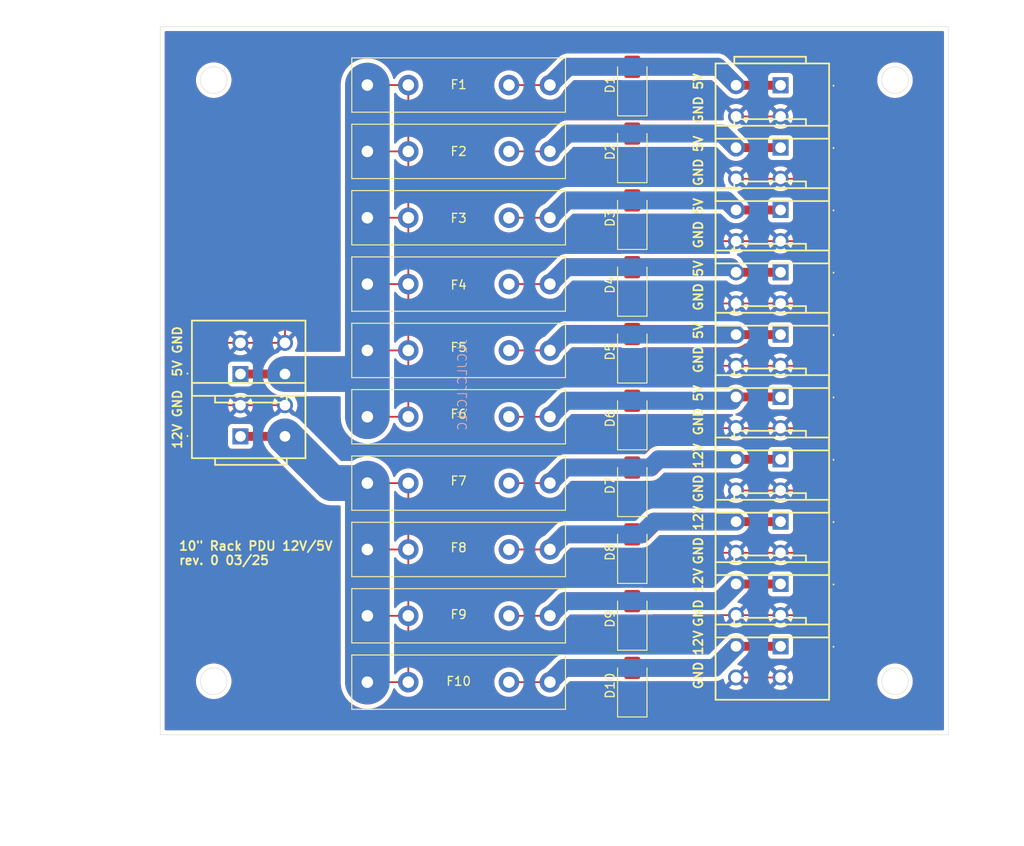
<source format=kicad_pcb>
(kicad_pcb (version 20241229) (generator "pcbnew") (generator_version "9.0")
  (layers (0 "F.Cu" signal) (2 "B.Cu" signal) (13 "F.Paste" user) (15 "B.Paste" user) (5 "F.SilkS" user "F.Silkscreen") (7 "B.SilkS" user "B.Silkscreen") (1 "F.Mask" user) (3 "B.Mask" user) (25 "Edge.Cuts" user))
  (net 0 "")
  (net 1 "Net-(D1-A2)")
  (net 2 "Net-(D2-A2)")
  (net 3 "Net-(D3-A2)")
  (net 4 "Net-(D4-A2)")
  (net 5 "Net-(D5-A2)")
  (net 6 "Net-(D6-A2)")
  (net 7 "Net-(D7-A2)")
  (net 8 "Net-(D8-A2)")
  (net 9 "Net-(D9-A2)")
  (net 10 "Net-(D10-A2)")
  (net 11 "Net-(J1-1.1)")
  (net 12 "Net-(J7-1.1)")
  (net 13 "GND")
  (footprint "KiCad:26013102" (layer "F.Cu") (at 114.15 31.575 -90)
    (property "Reference" "J3" (hide yes))
    (property "Value" "2601-3102" (hide yes))
    (pad "1" thru_hole rect (at 0 -5 270) (size 1.8 1.8) (drill 1.2) (layers "*.Cu" "*.Mask") (net 2 "Net-(D2-A2)"))
    (pad "2" thru_hole circle (at 0 0 270) (size 1.8 1.8) (drill 1.2) (layers "*.Cu" "*.Mask") (net 2 "Net-(D2-A2)"))
    (pad "3" thru_hole circle (at 3.5 -5 270) (size 1.8 1.8) (drill 1.2) (layers "*.Cu" "*.Mask") (net 13 "GND"))
    (pad "4" thru_hole circle (at 3.5 0 270) (size 1.8 1.8) (drill 1.2) (layers "*.Cu" "*.Mask") (net 13 "GND"))
  )
  (footprint "KiCad:26013102" (layer "F.Cu") (at 114.15 87.575 -90)
    (property "Reference" "J12" (hide yes))
    (property "Value" "2601-3102" (hide yes))
    (pad "1" thru_hole rect (at 0 -5 270) (size 1.8 1.8) (drill 1.2) (layers "*.Cu" "*.Mask") (net 10 "Net-(D10-A2)"))
    (pad "2" thru_hole circle (at 0 0 270) (size 1.8 1.8) (drill 1.2) (layers "*.Cu" "*.Mask") (net 10 "Net-(D10-A2)"))
    (pad "3" thru_hole circle (at 3.5 -5 270) (size 1.8 1.8) (drill 1.2) (layers "*.Cu" "*.Mask") (net 13 "GND"))
    (pad "4" thru_hole circle (at 3.5 0 270) (size 1.8 1.8) (drill 1.2) (layers "*.Cu" "*.Mask") (net 13 "GND"))
  )
  (footprint "KiCad:26013102" (layer "F.Cu") (at 114.15 80.575 -90)
    (property "Reference" "J11" (hide yes))
    (property "Value" "2601-3102" (hide yes))
    (pad "1" thru_hole rect (at 0 -5 270) (size 1.8 1.8) (drill 1.2) (layers "*.Cu" "*.Mask") (net 9 "Net-(D9-A2)"))
    (pad "2" thru_hole circle (at 0 0 270) (size 1.8 1.8) (drill 1.2) (layers "*.Cu" "*.Mask") (net 9 "Net-(D9-A2)"))
    (pad "3" thru_hole circle (at 3.5 -5 270) (size 1.8 1.8) (drill 1.2) (layers "*.Cu" "*.Mask") (net 13 "GND"))
    (pad "4" thru_hole circle (at 3.5 0 270) (size 1.8 1.8) (drill 1.2) (layers "*.Cu" "*.Mask") (net 13 "GND"))
  )
  (footprint "Diode_SMD:D_SMA" (layer "F.Cu") (at 102.5 32 90)
    (property "Reference" "D2" (at 0 -2.5 90) (layer "F.SilkS"))
    (property "Value" "SMAJ6.5CA" (hide yes))
    (pad "1" smd roundrect (at -2 0 90) (size 2.5 1.8) (layers "F.Cu" "F.Mask" "F.Paste") (roundrect_rratio 0.1388888889) (net 13 "GND"))
    (pad "2" smd roundrect (at 2 0 90) (size 2.5 1.8) (layers "F.Cu" "F.Mask" "F.Paste") (roundrect_rratio 0.1388888889) (net 2 "Net-(D2-A2)"))
  )
  (footprint "Fuse:Fuseholder_Littelfuse_100_series_5x20mm" (layer "F.Cu") (at 72.75 76.7)
    (property "Reference" "F8" (at 10.25 -0.2 0) (layer "F.SilkS"))
    (property "Value" "Fuse" (hide yes))
    (pad "1" thru_hole circle (at 0 0) (size 2.3 2.3) (drill 1.3) (layers "*.Cu" "*.Mask") (net 12 "Net-(J7-1.1)"))
    (pad "1" thru_hole circle (at 4.6 0) (size 2.3 2.3) (drill 1.3) (layers "*.Cu" "*.Mask") (net 12 "Net-(J7-1.1)"))
    (pad "2" thru_hole circle (at 15.9 0) (size 2.3 2.3) (drill 1.3) (layers "*.Cu" "*.Mask") (net 8 "Net-(D8-A2)"))
    (pad "2" thru_hole circle (at 20.5 0) (size 2.3 2.3) (drill 1.3) (layers "*.Cu" "*.Mask") (net 8 "Net-(D8-A2)"))
  )
  (footprint "Fuse:Fuseholder_Littelfuse_100_series_5x20mm" (layer "F.Cu") (at 72.75 32)
    (property "Reference" "F2" (at 10.25 0 0) (layer "F.SilkS"))
    (property "Value" "Fuse" (hide yes))
    (pad "1" thru_hole circle (at 0 0) (size 2.3 2.3) (drill 1.3) (layers "*.Cu" "*.Mask") (net 11 "Net-(J1-1.1)"))
    (pad "1" thru_hole circle (at 4.6 0) (size 2.3 2.3) (drill 1.3) (layers "*.Cu" "*.Mask") (net 11 "Net-(J1-1.1)"))
    (pad "2" thru_hole circle (at 15.9 0) (size 2.3 2.3) (drill 1.3) (layers "*.Cu" "*.Mask") (net 2 "Net-(D2-A2)"))
    (pad "2" thru_hole circle (at 20.5 0) (size 2.3 2.3) (drill 1.3) (layers "*.Cu" "*.Mask") (net 2 "Net-(D2-A2)"))
  )
  (footprint "Diode_SMD:D_SMA" (layer "F.Cu") (at 102.5 54.5 90)
    (property "Reference" "D5" (at 0 -2.5 90) (layer "F.SilkS"))
    (property "Value" "SMAJ6.5CA" (hide yes))
    (pad "1" smd roundrect (at -2 0 90) (size 2.5 1.8) (layers "F.Cu" "F.Mask" "F.Paste") (roundrect_rratio 0.1388888889) (net 13 "GND"))
    (pad "2" smd roundrect (at 2 0 90) (size 2.5 1.8) (layers "F.Cu" "F.Mask" "F.Paste") (roundrect_rratio 0.1388888889) (net 5 "Net-(D5-A2)"))
  )
  (footprint "Diode_SMD:D_SMA" (layer "F.Cu") (at 102.5 47 90)
    (property "Reference" "D4" (at 0 -2.5 90) (layer "F.SilkS"))
    (property "Value" "SMAJ6.5CA" (hide yes))
    (pad "1" smd roundrect (at -2 0 90) (size 2.5 1.8) (layers "F.Cu" "F.Mask" "F.Paste") (roundrect_rratio 0.1388888889) (net 13 "GND"))
    (pad "2" smd roundrect (at 2 0 90) (size 2.5 1.8) (layers "F.Cu" "F.Mask" "F.Paste") (roundrect_rratio 0.1388888889) (net 4 "Net-(D4-A2)"))
  )
  (footprint "KiCad:26013102" (layer "F.Cu") (at 114.15 66.575 -90)
    (property "Reference" "J9" (hide yes))
    (property "Value" "2601-3102" (hide yes))
    (pad "1" thru_hole rect (at 0 -5 270) (size 1.8 1.8) (drill 1.2) (layers "*.Cu" "*.Mask") (net 7 "Net-(D7-A2)"))
    (pad "2" thru_hole circle (at 0 0 270) (size 1.8 1.8) (drill 1.2) (layers "*.Cu" "*.Mask") (net 7 "Net-(D7-A2)"))
    (pad "3" thru_hole circle (at 3.5 -5 270) (size 1.8 1.8) (drill 1.2) (layers "*.Cu" "*.Mask") (net 13 "GND"))
    (pad "4" thru_hole circle (at 3.5 0 270) (size 1.8 1.8) (drill 1.2) (layers "*.Cu" "*.Mask") (net 13 "GND"))
  )
  (footprint "KiCad:26013102" (layer "F.Cu") (at 114.15 59.575 -90)
    (property "Reference" "J8" (hide yes))
    (property "Value" "2601-3102" (hide yes))
    (pad "1" thru_hole rect (at 0 -5 270) (size 1.8 1.8) (drill 1.2) (layers "*.Cu" "*.Mask") (net 6 "Net-(D6-A2)"))
    (pad "2" thru_hole circle (at 0 0 270) (size 1.8 1.8) (drill 1.2) (layers "*.Cu" "*.Mask") (net 6 "Net-(D6-A2)"))
    (pad "3" thru_hole circle (at 3.5 -5 270) (size 1.8 1.8) (drill 1.2) (layers "*.Cu" "*.Mask") (net 13 "GND"))
    (pad "4" thru_hole circle (at 3.5 0 270) (size 1.8 1.8) (drill 1.2) (layers "*.Cu" "*.Mask") (net 13 "GND"))
  )
  (footprint "KiCad:26013102" (layer "F.Cu") (at 63.5 64 90)
    (property "Reference" "J7" (hide yes))
    (property "Value" "2601-3102" (hide yes))
    (pad "1" thru_hole rect (at 0 -5 90) (size 1.8 1.8) (drill 1.2) (layers "*.Cu" "*.Mask") (net 12 "Net-(J7-1.1)"))
    (pad "2" thru_hole circle (at 0 0 90) (size 1.8 1.8) (drill 1.2) (layers "*.Cu" "*.Mask") (net 12 "Net-(J7-1.1)"))
    (pad "3" thru_hole circle (at 3.5 -5 90) (size 1.8 1.8) (drill 1.2) (layers "*.Cu" "*.Mask") (net 13 "GND"))
    (pad "4" thru_hole circle (at 3.5 0 90) (size 1.8 1.8) (drill 1.2) (layers "*.Cu" "*.Mask") (net 13 "GND"))
  )
  (footprint "KiCad:26013102" (layer "F.Cu") (at 114.15 73.575 -90)
    (property "Reference" "J10" (hide yes))
    (property "Value" "2601-3102" (hide yes))
    (pad "1" thru_hole rect (at 0 -5 270) (size 1.8 1.8) (drill 1.2) (layers "*.Cu" "*.Mask") (net 8 "Net-(D8-A2)"))
    (pad "2" thru_hole circle (at 0 0 270) (size 1.8 1.8) (drill 1.2) (layers "*.Cu" "*.Mask") (net 8 "Net-(D8-A2)"))
    (pad "3" thru_hole circle (at 3.5 -5 270) (size 1.8 1.8) (drill 1.2) (layers "*.Cu" "*.Mask") (net 13 "GND"))
    (pad "4" thru_hole circle (at 3.5 0 270) (size 1.8 1.8) (drill 1.2) (layers "*.Cu" "*.Mask") (net 13 "GND"))
  )
  (footprint "Fuse:Fuseholder_Littelfuse_100_series_5x20mm" (layer "F.Cu") (at 72.75 69.25)
    (property "Reference" "F7" (at 10.25 -0.25 0) (layer "F.SilkS"))
    (property "Value" "Fuse" (hide yes))
    (pad "1" thru_hole circle (at 0 0) (size 2.3 2.3) (drill 1.3) (layers "*.Cu" "*.Mask") (net 12 "Net-(J7-1.1)"))
    (pad "1" thru_hole circle (at 4.6 0) (size 2.3 2.3) (drill 1.3) (layers "*.Cu" "*.Mask") (net 12 "Net-(J7-1.1)"))
    (pad "2" thru_hole circle (at 15.9 0) (size 2.3 2.3) (drill 1.3) (layers "*.Cu" "*.Mask") (net 7 "Net-(D7-A2)"))
    (pad "2" thru_hole circle (at 20.5 0) (size 2.3 2.3) (drill 1.3) (layers "*.Cu" "*.Mask") (net 7 "Net-(D7-A2)"))
  )
  (footprint "Fuse:Fuseholder_Littelfuse_100_series_5x20mm" (layer "F.Cu") (at 72.75 54.35)
    (property "Reference" "F5" (at 10.25 -0.35 0) (layer "F.SilkS"))
    (property "Value" "Fuse" (hide yes))
    (pad "1" thru_hole circle (at 0 0) (size 2.3 2.3) (drill 1.3) (layers "*.Cu" "*.Mask") (net 11 "Net-(J1-1.1)"))
    (pad "1" thru_hole circle (at 4.6 0) (size 2.3 2.3) (drill 1.3) (layers "*.Cu" "*.Mask") (net 11 "Net-(J1-1.1)"))
    (pad "2" thru_hole circle (at 15.9 0) (size 2.3 2.3) (drill 1.3) (layers "*.Cu" "*.Mask") (net 5 "Net-(D5-A2)"))
    (pad "2" thru_hole circle (at 20.5 0) (size 2.3 2.3) (drill 1.3) (layers "*.Cu" "*.Mask") (net 5 "Net-(D5-A2)"))
  )
  (footprint "KiCad:26013102" (layer "F.Cu") (at 114.15 45.575 -90)
    (property "Reference" "J5" (hide yes))
    (property "Value" "2601-3102" (hide yes))
    (pad "1" thru_hole rect (at 0 -5 270) (size 1.8 1.8) (drill 1.2) (layers "*.Cu" "*.Mask") (net 4 "Net-(D4-A2)"))
    (pad "2" thru_hole circle (at 0 0 270) (size 1.8 1.8) (drill 1.2) (layers "*.Cu" "*.Mask") (net 4 "Net-(D4-A2)"))
    (pad "3" thru_hole circle (at 3.5 -5 270) (size 1.8 1.8) (drill 1.2) (layers "*.Cu" "*.Mask") (net 13 "GND"))
    (pad "4" thru_hole circle (at 3.5 0 270) (size 1.8 1.8) (drill 1.2) (layers "*.Cu" "*.Mask") (net 13 "GND"))
  )
  (footprint "Fuse:Fuseholder_Littelfuse_100_series_5x20mm" (layer "F.Cu") (at 72.75 39.45)
    (property "Reference" "F3" (at 10.25 0.05 0) (layer "F.SilkS"))
    (property "Value" "Fuse" (hide yes))
    (pad "1" thru_hole circle (at 0 0) (size 2.3 2.3) (drill 1.3) (layers "*.Cu" "*.Mask") (net 11 "Net-(J1-1.1)"))
    (pad "1" thru_hole circle (at 4.6 0) (size 2.3 2.3) (drill 1.3) (layers "*.Cu" "*.Mask") (net 11 "Net-(J1-1.1)"))
    (pad "2" thru_hole circle (at 15.9 0) (size 2.3 2.3) (drill 1.3) (layers "*.Cu" "*.Mask") (net 3 "Net-(D3-A2)"))
    (pad "2" thru_hole circle (at 20.5 0) (size 2.3 2.3) (drill 1.3) (layers "*.Cu" "*.Mask") (net 3 "Net-(D3-A2)"))
  )
  (footprint "Diode_SMD:D_SMA" (layer "F.Cu") (at 102.5 84.5 90)
    (property "Reference" "D9" (at 0 -2.5 90) (layer "F.SilkS"))
    (property "Value" "SMAJ16CA" (hide yes))
    (pad "1" smd roundrect (at -2 0 90) (size 2.5 1.8) (layers "F.Cu" "F.Mask" "F.Paste") (roundrect_rratio 0.1388888889) (net 13 "GND"))
    (pad "2" smd roundrect (at 2 0 90) (size 2.5 1.8) (layers "F.Cu" "F.Mask" "F.Paste") (roundrect_rratio 0.1388888889) (net 9 "Net-(D9-A2)"))
  )
  (footprint "Fuse:Fuseholder_Littelfuse_100_series_5x20mm" (layer "F.Cu") (at 72.75 61.8)
    (property "Reference" "F6" (at 10.25 -0.3 0) (layer "F.SilkS"))
    (property "Value" "Fuse" (hide yes))
    (pad "1" thru_hole circle (at 0 0) (size 2.3 2.3) (drill 1.3) (layers "*.Cu" "*.Mask") (net 11 "Net-(J1-1.1)"))
    (pad "1" thru_hole circle (at 4.6 0) (size 2.3 2.3) (drill 1.3) (layers "*.Cu" "*.Mask") (net 11 "Net-(J1-1.1)"))
    (pad "2" thru_hole circle (at 15.9 0) (size 2.3 2.3) (drill 1.3) (layers "*.Cu" "*.Mask") (net 6 "Net-(D6-A2)"))
    (pad "2" thru_hole circle (at 20.5 0) (size 2.3 2.3) (drill 1.3) (layers "*.Cu" "*.Mask") (net 6 "Net-(D6-A2)"))
  )
  (footprint "KiCad:26013102" (layer "F.Cu") (at 114.15 24.575 -90)
    (property "Reference" "J2" (hide yes))
    (property "Value" "2601-3102" (hide yes))
    (pad "1" thru_hole rect (at 0 -5 270) (size 1.8 1.8) (drill 1.2) (layers "*.Cu" "*.Mask") (net 1 "Net-(D1-A2)"))
    (pad "2" thru_hole circle (at 0 0 270) (size 1.8 1.8) (drill 1.2) (layers "*.Cu" "*.Mask") (net 1 "Net-(D1-A2)"))
    (pad "3" thru_hole circle (at 3.5 -5 270) (size 1.8 1.8) (drill 1.2) (layers "*.Cu" "*.Mask") (net 13 "GND"))
    (pad "4" thru_hole circle (at 3.5 0 270) (size 1.8 1.8) (drill 1.2) (layers "*.Cu" "*.Mask") (net 13 "GND"))
  )
  (footprint "Diode_SMD:D_SMA" (layer "F.Cu") (at 102.5 39.5 90)
    (property "Reference" "D3" (at 0 -2.5 90) (layer "F.SilkS"))
    (property "Value" "SMAJ6.5CA" (hide yes))
    (pad "1" smd roundrect (at -2 0 90) (size 2.5 1.8) (layers "F.Cu" "F.Mask" "F.Paste") (roundrect_rratio 0.1388888889) (net 13 "GND"))
    (pad "2" smd roundrect (at 2 0 90) (size 2.5 1.8) (layers "F.Cu" "F.Mask" "F.Paste") (roundrect_rratio 0.1388888889) (net 3 "Net-(D3-A2)"))
  )
  (footprint "Diode_SMD:D_SMA" (layer "F.Cu") (at 102.5 24.5 90)
    (property "Reference" "D1" (at 0 -2.5 90) (layer "F.SilkS"))
    (property "Value" "SMAJ6.5CA" (hide yes))
    (pad "1" smd roundrect (at -2 0 90) (size 2.5 1.8) (layers "F.Cu" "F.Mask" "F.Paste") (roundrect_rratio 0.1388888889) (net 13 "GND"))
    (pad "2" smd roundrect (at 2 0 90) (size 2.5 1.8) (layers "F.Cu" "F.Mask" "F.Paste") (roundrect_rratio 0.1388888889) (net 1 "Net-(D1-A2)"))
  )
  (footprint "Fuse:Fuseholder_Littelfuse_100_series_5x20mm" (layer "F.Cu") (at 72.75 46.9)
    (property "Reference" "F4" (at 10.25 0.1 0) (layer "F.SilkS"))
    (property "Value" "Fuse" (hide yes))
    (pad "1" thru_hole circle (at 0 0) (size 2.3 2.3) (drill 1.3) (layers "*.Cu" "*.Mask") (net 11 "Net-(J1-1.1)"))
    (pad "1" thru_hole circle (at 4.6 0) (size 2.3 2.3) (drill 1.3) (layers "*.Cu" "*.Mask") (net 11 "Net-(J1-1.1)"))
    (pad "2" thru_hole circle (at 15.9 0) (size 2.3 2.3) (drill 1.3) (layers "*.Cu" "*.Mask") (net 4 "Net-(D4-A2)"))
    (pad "2" thru_hole circle (at 20.5 0) (size 2.3 2.3) (drill 1.3) (layers "*.Cu" "*.Mask") (net 4 "Net-(D4-A2)"))
  )
  (footprint "Diode_SMD:D_SMA" (layer "F.Cu") (at 102.5 77 90)
    (property "Reference" "D8" (at 0 -2.5 90) (layer "F.SilkS"))
    (property "Value" "SMAJ16CA" (hide yes))
    (pad "1" smd roundrect (at -2 0 90) (size 2.5 1.8) (layers "F.Cu" "F.Mask" "F.Paste") (roundrect_rratio 0.1388888889) (net 13 "GND"))
    (pad "2" smd roundrect (at 2 0 90) (size 2.5 1.8) (layers "F.Cu" "F.Mask" "F.Paste") (roundrect_rratio 0.1388888889) (net 8 "Net-(D8-A2)"))
  )
  (footprint "KiCad:26013102" (layer "F.Cu") (at 63.5 57 90)
    (property "Reference" "J1" (hide yes))
    (property "Value" "2601-3102" (hide yes))
    (pad "1" thru_hole rect (at 0 -5 90) (size 1.8 1.8) (drill 1.2) (layers "*.Cu" "*.Mask") (net 11 "Net-(J1-1.1)"))
    (pad "2" thru_hole circle (at 0 0 90) (size 1.8 1.8) (drill 1.2) (layers "*.Cu" "*.Mask") (net 11 "Net-(J1-1.1)"))
    (pad "3" thru_hole circle (at 3.5 -5 90) (size 1.8 1.8) (drill 1.2) (layers "*.Cu" "*.Mask") (net 13 "GND"))
    (pad "4" thru_hole circle (at 3.5 0 90) (size 1.8 1.8) (drill 1.2) (layers "*.Cu" "*.Mask") (net 13 "GND"))
  )
  (footprint "Fuse:Fuseholder_Littelfuse_100_series_5x20mm" (layer "F.Cu") (at 72.75 91.6)
    (property "Reference" "F10" (at 10.25 -0.1 0) (layer "F.SilkS"))
    (property "Value" "Fuse" (hide yes))
    (pad "1" thru_hole circle (at 0 0) (size 2.3 2.3) (drill 1.3) (layers "*.Cu" "*.Mask") (net 12 "Net-(J7-1.1)"))
    (pad "1" thru_hole circle (at 4.6 0) (size 2.3 2.3) (drill 1.3) (layers "*.Cu" "*.Mask") (net 12 "Net-(J7-1.1)"))
    (pad "2" thru_hole circle (at 15.9 0) (size 2.3 2.3) (drill 1.3) (layers "*.Cu" "*.Mask") (net 10 "Net-(D10-A2)"))
    (pad "2" thru_hole circle (at 20.5 0) (size 2.3 2.3) (drill 1.3) (layers "*.Cu" "*.Mask") (net 10 "Net-(D10-A2)"))
  )
  (footprint "Diode_SMD:D_SMA" (layer "F.Cu") (at 102.5 62 90)
    (property "Reference" "D6" (at 0 -2.5 90) (layer "F.SilkS"))
    (property "Value" "SMAJ6.5CA" (hide yes))
    (pad "1" smd roundrect (at -2 0 90) (size 2.5 1.8) (layers "F.Cu" "F.Mask" "F.Paste") (roundrect_rratio 0.1388888889) (net 13 "GND"))
    (pad "2" smd roundrect (at 2 0 90) (size 2.5 1.8) (layers "F.Cu" "F.Mask" "F.Paste") (roundrect_rratio 0.1388888889) (net 6 "Net-(D6-A2)"))
  )
  (footprint "KiCad:26013102" (layer "F.Cu") (at 114.15 38.575 -90)
    (property "Reference" "J4" (hide yes))
    (property "Value" "2601-3102" (hide yes))
    (pad "1" thru_hole rect (at 0 -5 270) (size 1.8 1.8) (drill 1.2) (layers "*.Cu" "*.Mask") (net 3 "Net-(D3-A2)"))
    (pad "2" thru_hole circle (at 0 0 270) (size 1.8 1.8) (drill 1.2) (layers "*.Cu" "*.Mask") (net 3 "Net-(D3-A2)"))
    (pad "3" thru_hole circle (at 3.5 -5 270) (size 1.8 1.8) (drill 1.2) (layers "*.Cu" "*.Mask") (net 13 "GND"))
    (pad "4" thru_hole circle (at 3.5 0 270) (size 1.8 1.8) (drill 1.2) (layers "*.Cu" "*.Mask") (net 13 "GND"))
  )
  (footprint "KiCad:26013102" (layer "F.Cu") (at 114.15 52.575 -90)
    (property "Reference" "J6" (hide yes))
    (property "Value" "2601-3102" (hide yes))
    (pad "1" thru_hole rect (at 0 -5 270) (size 1.8 1.8) (drill 1.2) (layers "*.Cu" "*.Mask") (net 5 "Net-(D5-A2)"))
    (pad "2" thru_hole circle (at 0 0 270) (size 1.8 1.8) (drill 1.2) (layers "*.Cu" "*.Mask") (net 5 "Net-(D5-A2)"))
    (pad "3" thru_hole circle (at 3.5 -5 270) (size 1.8 1.8) (drill 1.2) (layers "*.Cu" "*.Mask") (net 13 "GND"))
    (pad "4" thru_hole circle (at 3.5 0 270) (size 1.8 1.8) (drill 1.2) (layers "*.Cu" "*.Mask") (net 13 "GND"))
  )
  (footprint "Diode_SMD:D_SMA" (layer "F.Cu") (at 102.5 92 90)
    (property "Reference" "D10" (at 0 -2.5 90) (layer "F.SilkS"))
    (property "Value" "SMAJ16CA" (hide yes))
    (pad "1" smd roundrect (at -2 0 90) (size 2.5 1.8) (layers "F.Cu" "F.Mask" "F.Paste") (roundrect_rratio 0.1388888889) (net 13 "GND"))
    (pad "2" smd roundrect (at 2 0 90) (size 2.5 1.8) (layers "F.Cu" "F.Mask" "F.Paste") (roundrect_rratio 0.1388888889) (net 10 "Net-(D10-A2)"))
  )
  (footprint "Fuse:Fuseholder_Littelfuse_100_series_5x20mm" (layer "F.Cu") (at 72.75 24.55)
    (property "Reference" "F1" (at 10.25 -0.05 0) (layer "F.SilkS"))
    (property "Value" "Fuse" (hide yes))
    (pad "1" thru_hole circle (at 0 0) (size 2.3 2.3) (drill 1.3) (layers "*.Cu" "*.Mask") (net 11 "Net-(J1-1.1)"))
    (pad "1" thru_hole circle (at 4.6 0) (size 2.3 2.3) (drill 1.3) (layers "*.Cu" "*.Mask") (net 11 "Net-(J1-1.1)"))
    (pad "2" thru_hole circle (at 15.9 0) (size 2.3 2.3) (drill 1.3) (layers "*.Cu" "*.Mask") (net 1 "Net-(D1-A2)"))
    (pad "2" thru_hole circle (at 20.5 0) (size 2.3 2.3) (drill 1.3) (layers "*.Cu" "*.Mask") (net 1 "Net-(D1-A2)"))
  )
  (footprint "Fuse:Fuseholder_Littelfuse_100_series_5x20mm" (layer "F.Cu") (at 72.75 84.15)
    (property "Reference" "F9" (at 10.25 -0.15 0) (layer "F.SilkS"))
    (property "Value" "Fuse" (hide yes))
    (pad "1" thru_hole circle (at 0 0) (size 2.3 2.3) (drill 1.3) (layers "*.Cu" "*.Mask") (net 12 "Net-(J7-1.1)"))
    (pad "1" thru_hole circle (at 4.6 0) (size 2.3 2.3) (drill 1.3) (layers "*.Cu" "*.Mask") (net 12 "Net-(J7-1.1)"))
    (pad "2" thru_hole circle (at 15.9 0) (size 2.3 2.3) (drill 1.3) (layers "*.Cu" "*.Mask") (net 9 "Net-(D9-A2)"))
    (pad "2" thru_hole circle (at 20.5 0) (size 2.3 2.3) (drill 1.3) (layers "*.Cu" "*.Mask") (net 9 "Net-(D9-A2)"))
  )
  (footprint "Diode_SMD:D_SMA" (layer "F.Cu") (at 102.5 69.5 90)
    (property "Reference" "D7" (at 0 -2.5 90) (layer "F.SilkS"))
    (property "Value" "SMAJ16CA" (hide yes))
    (pad "1" smd roundrect (at -2 0 90) (size 2.5 1.8) (layers "F.Cu" "F.Mask" "F.Paste") (roundrect_rratio 0.1388888889) (net 13 "GND"))
    (pad "2" smd roundrect (at 2 0 90) (size 2.5 1.8) (layers "F.Cu" "F.Mask" "F.Paste") (roundrect_rratio 0.1388888889) (net 7 "Net-(D7-A2)"))
  )
  (gr_circle (center 55.5 24) (end 57 24) (stroke (width 0.05)) (fill no) (layer "Edge.Cuts"))
  (gr_circle (center 132 24) (end 133.5 24) (stroke (width 0.05)) (fill no) (layer "Edge.Cuts"))
  (gr_circle (center 55.5 91.5) (end 57 91.5) (stroke (width 0.05)) (fill no) (layer "Edge.Cuts"))
  (gr_line (start 138 18) (end 138 97.5) (stroke (width 0.05)) (layer "Edge.Cuts"))
  (gr_line (start 49.5 97.5) (end 49.5 18) (stroke (width 0.05)) (layer "Edge.Cuts"))
  (gr_circle (center 132 91.5) (end 133.5 91.5) (stroke (width 0.05)) (fill no) (layer "Edge.Cuts"))
  (gr_line (start 138 97.5) (end 49.5 97.5) (stroke (width 0.05)) (layer "Edge.Cuts"))
  (gr_line (start 138 18) (end 49.5 18) (stroke (width 0.05)) (layer "Edge.Cuts"))
  (gr_text "GND 5V" (at 110.5 36 90) (layer "F.SilkS") (effects (font (size 1 1) (thickness 0.2)) (justify left bottom)))
  (gr_text "GND 12V" (at 110.5 92.5 90) (layer "F.SilkS") (effects (font (size 1 1) (thickness 0.2)) (justify left bottom)))
  (gr_text "GND 12V" (at 110.5 78.5 90) (layer "F.SilkS") (effects (font (size 1 1) (thickness 0.2)) (justify left bottom)))
  (gr_text "GND 12V" (at 110.5 71.5 90) (layer "F.SilkS") (effects (font (size 1 1) (thickness 0.2)) (justify left bottom)))
  (gr_text "GND 5V" (at 110.5 29 90) (layer "F.SilkS") (effects (font (size 1 1) (thickness 0.2)) (justify left bottom)))
  (gr_text "10{dblquote} Rack PDU 12V/5V\nrev. 0 03/25" (at 51.5 78.5 0) (layer "F.SilkS") (effects (font (size 1 1) (thickness 0.2)) (justify left bottom)))
  (gr_text "GND 5V" (at 110.5 50 90) (layer "F.SilkS") (effects (font (size 1 1) (thickness 0.2)) (justify left bottom)))
  (gr_text "GND 5V" (at 110.5 57 90) (layer "F.SilkS") (effects (font (size 1 1) (thickness 0.2)) (justify left bottom)))
  (gr_text "GND 12V" (at 110.5 85.5 90) (layer "F.SilkS") (effects (font (size 1 1) (thickness 0.2)) (justify left bottom)))
  (gr_text "GND 5V" (at 110.5 43 90) (layer "F.SilkS") (effects (font (size 1 1) (thickness 0.2)) (justify left bottom)))
  (gr_text "GND 5V" (at 110.5 64 90) (layer "F.SilkS") (effects (font (size 1 1) (thickness 0.2)) (justify left bottom)))
  (gr_text "12V GND  5V GND" (at 52 65.5 90) (layer "F.SilkS") (effects (font (size 1 1) (thickness 0.2)) (justify left bottom)))
  (gr_text "JLCJLCJLCJLC" (at 84 53 90) (layer "B.SilkS") (effects (font (size 1 1) (thickness 0.1)) (justify left bottom mirror)))
  (segment (start 102.5 22.5) (end 112.075 22.5) (width 2) (layer "F.Cu") (net 1))
  (segment (start 93.25 24.55) (end 95.3 22.5) (width 2) (layer "F.Cu") (net 1))
  (segment (start 119.15 24.575) (end 114.15 24.575) (width 1) (layer "F.Cu") (net 1))
  (segment (start 112.075 22.5) (end 114.15 24.575) (width 2) (layer "F.Cu") (net 1))
  (segment (start 95.3 22.5) (end 102.5 22.5) (width 2) (layer "F.Cu") (net 1))
  (segment (start 88.65 24.55) (end 93.25 24.55) (width 0.2) (layer "F.Cu") (net 1))
  (segment (start 93.25 24.55) (end 95.3 22.5) (width 2) (layer "B.Cu") (net 1))
  (segment (start 95.3 22.5) (end 112.075 22.5) (width 2) (layer "B.Cu") (net 1))
  (segment (start 112.075 22.5) (end 114.15 24.575) (width 2) (layer "B.Cu") (net 1))
  (segment (start 119.15 31.575) (end 114.15 31.575) (width 1) (layer "F.Cu") (net 2))
  (segment (start 102.5 30) (end 112.575 30) (width 2) (layer "F.Cu") (net 2))
  (segment (start 95.25 30) (end 102.5 30) (width 2) (layer "F.Cu") (net 2))
  (segment (start 112.575 30) (end 114.15 31.575) (width 2) (layer "F.Cu") (net 2))
  (segment (start 93.25 32) (end 95.25 30) (width 2) (layer "F.Cu") (net 2))
  (segment (start 88.65 32) (end 93.25 32) (width 0.2) (layer "F.Cu") (net 2))
  (segment (start 95.25 30) (end 112.575 30) (width 2) (layer "B.Cu") (net 2))
  (segment (start 112.575 30) (end 114.15 31.575) (width 2) (layer "B.Cu") (net 2))
  (segment (start 93.25 32) (end 95.25 30) (width 2) (layer "B.Cu") (net 2))
  (segment (start 93.25 39.45) (end 95.2 37.5) (width 2) (layer "F.Cu") (net 3))
  (segment (start 113.075 37.5) (end 114.15 38.575) (width 2) (layer "F.Cu") (net 3))
  (segment (start 102.5 37.5) (end 113.075 37.5) (width 2) (layer "F.Cu") (net 3))
  (segment (start 114.15 38.575) (end 119.15 38.575) (width 1) (layer "F.Cu") (net 3))
  (segment (start 95.2 37.5) (end 102.5 37.5) (width 2) (layer "F.Cu") (net 3))
  (segment (start 88.65 39.45) (end 93.25 39.45) (width 0.2) (layer "F.Cu") (net 3))
  (segment (start 95.2 37.5) (end 113.075 37.5) (width 2) (layer "B.Cu") (net 3))
  (segment (start 113.075 37.5) (end 114.15 38.575) (width 2) (layer "B.Cu") (net 3))
  (segment (start 93.25 39.45) (end 95.2 37.5) (width 2) (layer "B.Cu") (net 3))
  (segment (start 95.15 45) (end 102.5 45) (width 2) (layer "F.Cu") (net 4))
  (segment (start 93.25 46.9) (end 95.15 45) (width 2) (layer "F.Cu") (net 4))
  (segment (start 119.15 45.575) (end 114.15 45.575) (width 1) (layer "F.Cu") (net 4))
  (segment (start 113.575 45) (end 114.15 45.575) (width 0.2) (layer "F.Cu") (net 4))
  (segment (start 88.65 46.9) (end 93.25 46.9) (width 0.2) (layer "F.Cu") (net 4))
  (segment (start 102.5 45) (end 113.575 45) (width 2) (layer "F.Cu") (net 4))
  (segment (start 93.25 46.9) (end 95.15 45) (width 2) (layer "B.Cu") (net 4))
  (segment (start 113.575 45) (end 114.15 45.575) (width 0.2) (layer "B.Cu") (net 4))
  (segment (start 95.15 45) (end 113.575 45) (width 2) (layer "B.Cu") (net 4))
  (segment (start 114.075 52.5) (end 114.15 52.575) (width 0.2) (layer "F.Cu") (net 5))
  (segment (start 93.25 54.35) (end 95.1 52.5) (width 2) (layer "F.Cu") (net 5))
  (segment (start 102.5 52.5) (end 114.075 52.5) (width 2) (layer "F.Cu") (net 5))
  (segment (start 88.65 54.35) (end 93.25 54.35) (width 0.2) (layer "F.Cu") (net 5))
  (segment (start 114.15 52.575) (end 119.15 52.575) (width 1) (layer "F.Cu") (net 5))
  (segment (start 95.1 52.5) (end 102.5 52.5) (width 2) (layer "F.Cu") (net 5))
  (segment (start 93.25 54.35) (end 95.025 52.575) (width 2) (layer "B.Cu") (net 5))
  (segment (start 95.025 52.575) (end 114.15 52.575) (width 2) (layer "B.Cu") (net 5))
  (segment (start 95.05 60) (end 102.5 60) (width 2) (layer "F.Cu") (net 6))
  (segment (start 93.25 61.8) (end 95.05 60) (width 2) (layer "F.Cu") (net 6))
  (segment (start 113.725 60) (end 114.15 59.575) (width 0.2) (layer "F.Cu") (net 6))
  (segment (start 119.15 59.575) (end 114.15 59.575) (width 1) (layer "F.Cu") (net 6))
  (segment (start 102.5 60) (end 113.725 60) (width 2) (layer "F.Cu") (net 6))
  (segment (start 93.25 61.8) (end 88.65 61.8) (width 0.2) (layer "F.Cu") (net 6))
  (segment (start 95.05 60) (end 113.725 60) (width 2) (layer "B.Cu") (net 6))
  (segment (start 93.25 61.8) (end 95.05 60) (width 2) (layer "B.Cu") (net 6))
  (segment (start 113.725 60) (end 114.15 59.575) (width 0.2) (layer "B.Cu") (net 6))
  (segment (start 93.25 69.25) (end 95 67.5) (width 2) (layer "F.Cu") (net 7))
  (segment (start 88.65 69.25) (end 93.25 69.25) (width 0.2) (layer "F.Cu") (net 7))
  (segment (start 95 67.5) (end 102.5 67.5) (width 2) (layer "F.Cu") (net 7))
  (segment (start 114.15 66.575) (end 108 66.575) (width 2) (layer "F.Cu") (net 7))
  (segment (start 119.15 66.575) (end 114.15 66.575) (width 1) (layer "F.Cu") (net 7))
  (segment (start 108 66.575) (end 105.5 66.575) (width 2) (layer "F.Cu") (net 7))
  (segment (start 105.5 66.575) (end 104.575 67.5) (width 2) (layer "F.Cu") (net 7))
  (segment (start 104.575 67.5) (end 102.5 67.5) (width 2) (layer "F.Cu") (net 7))
  (segment (start 105.425 66.575) (end 114.15 66.575) (width 2) (layer "B.Cu") (net 7))
  (segment (start 93.25 69.25) (end 95 67.5) (width 2) (layer "B.Cu") (net 7))
  (segment (start 95 67.5) (end 104.5 67.5) (width 2) (layer "B.Cu") (net 7))
  (segment (start 104.5 67.5) (end 105.425 66.575) (width 2) (layer "B.Cu") (net 7))
  (segment (start 103.575 75) (end 102.5 75) (width 2) (layer "F.Cu") (net 8))
  (segment (start 94.95 75) (end 102.5 75) (width 2) (layer "F.Cu") (net 8))
  (segment (start 93.25 76.7) (end 88.65 76.7) (width 0.2) (layer "F.Cu") (net 8))
  (segment (start 105 73.575) (end 103.575 75) (width 2) (layer "F.Cu") (net 8))
  (segment (start 119.15 73.575) (end 114.15 73.575) (width 1) (layer "F.Cu") (net 8))
  (segment (start 93.25 76.7) (end 94.95 75) (width 2) (layer "F.Cu") (net 8))
  (segment (start 114.15 73.575) (end 105 73.575) (width 2) (layer "F.Cu") (net 8))
  (segment (start 93.25 76.7) (end 94.95 75) (width 2) (layer "B.Cu") (net 8))
  (segment (start 104.925 73.575) (end 114.15 73.575) (width 2) (layer "B.Cu") (net 8))
  (segment (start 103.5 75) (end 104.925 73.575) (width 2) (layer "B.Cu") (net 8))
  (segment (start 94.95 75) (end 103.5 75) (width 2) (layer "B.Cu") (net 8))
  (segment (start 119.15 80.575) (end 114.15 80.575) (width 1) (layer "F.Cu") (net 9))
  (segment (start 93.25 84.15) (end 94.9 82.5) (width 2) (layer "F.Cu") (net 9))
  (segment (start 94.9 82.5) (end 102.5 82.5) (width 2) (layer "F.Cu") (net 9))
  (segment (start 88.65 84.15) (end 93.25 84.15) (width 0.2) (layer "F.Cu") (net 9))
  (segment (start 112.225 82.5) (end 114.15 80.575) (width 2) (layer "F.Cu") (net 9))
  (segment (start 102.5 82.5) (end 112.225 82.5) (width 2) (layer "F.Cu") (net 9))
  (segment (start 93.25 84.15) (end 94.9 82.5) (width 2) (layer "B.Cu") (net 9))
  (segment (start 112.225 82.5) (end 114.15 80.575) (width 2) (layer "B.Cu") (net 9))
  (segment (start 94.9 82.5) (end 112.225 82.5) (width 2) (layer "B.Cu") (net 9))
  (segment (start 102.5 90) (end 111.725 90) (width 2) (layer "F.Cu") (net 10))
  (segment (start 93.25 91.6) (end 94.85 90) (width 2) (layer "F.Cu") (net 10))
  (segment (start 114.15 87.575) (end 119.15 87.575) (width 1) (layer "F.Cu") (net 10))
  (segment (start 93.25 91.6) (end 88.65 91.6) (width 0.2) (layer "F.Cu") (net 10))
  (segment (start 94.85 90) (end 102.5 90) (width 2) (layer "F.Cu") (net 10))
  (segment (start 111.725 90) (end 114.15 87.575) (width 2) (layer "F.Cu") (net 10))
  (segment (start 93.25 91.6) (end 94.85 90) (width 2) (layer "B.Cu") (net 10))
  (segment (start 111.725 90) (end 114.15 87.575) (width 2) (layer "B.Cu") (net 10))
  (segment (start 94.85 90) (end 111.725 90) (width 2) (layer "B.Cu") (net 10))
  (segment (start 72.75 24.55) (end 77.35 24.55) (width 0.2) (layer "F.Cu") (net 11))
  (segment (start 77.35 32) (end 72.75 32) (width 0.2) (layer "F.Cu") (net 11))
  (segment (start 72.75 24.55) (end 72.75 61.8) (width 5) (layer "F.Cu") (net 11))
  (segment (start 77.35 61.8) (end 72.75 61.8) (width 0.2) (layer "F.Cu") (net 11))
  (segment (start 58.5 57) (end 63.5 57) (width 1) (layer "F.Cu") (net 11))
  (segment (start 77.35 46.9) (end 72.75 46.9) (width 0.2) (layer "F.Cu") (net 11))
  (segment (start 77.35 24.55) (end 77.35 61.8) (width 0.2) (layer "F.Cu") (net 11))
  (segment (start 72.75 54.35) (end 77.35 54.35) (width 0.2) (layer "F.Cu") (net 11))
  (segment (start 72.75 39.45) (end 77.35 39.45) (width 0.2) (layer "F.Cu") (net 11))
  (segment (start 63.5 57) (end 70.1 57) (width 4) (layer "F.Cu") (net 11))
  (segment (start 72.75 61.8) (end 72.75 57) (width 5) (layer "B.Cu") (net 11))
  (segment (start 63.5 57) (end 72.75 57) (width 4) (layer "B.Cu") (net 11))
  (segment (start 72.75 57) (end 72.75 24.55) (width 5) (layer "B.Cu") (net 11))
  (segment (start 72.75 84.15) (end 77.35 84.15) (width 0.2) (layer "F.Cu") (net 12))
  (segment (start 72.75 91.6) (end 77.35 91.6) (width 0.2) (layer "F.Cu") (net 12))
  (segment (start 72.75 69.25) (end 77.35 69.25) (width 0.2) (layer "F.Cu") (net 12))
  (segment (start 72.75 69.25) (end 72.75 91.6) (width 5) (layer "F.Cu") (net 12))
  (segment (start 58.5 64) (end 63.5 64) (width 1) (layer "F.Cu") (net 12))
  (segment (start 63.5 64) (end 68.75 69.25) (width 4) (layer "F.Cu") (net 12))
  (segment (start 68.75 69.25) (end 72.75 69.25) (width 4) (layer "F.Cu") (net 12))
  (segment (start 72.75 76.7) (end 77.35 76.7) (width 0.2) (layer "F.Cu") (net 12))
  (segment (start 77.35 91.6) (end 77.35 69.25) (width 0.2) (layer "F.Cu") (net 12))
  (segment (start 72.75 69.25) (end 72.75 91.6) (width 5) (layer "B.Cu") (net 12))
  (segment (start 72.75 69.25) (end 68.75 69.25) (width 4) (layer "B.Cu") (net 12))
  (segment (start 68.75 69.25) (end 63.5 64) (width 4) (layer "B.Cu") (net 12))
  (segment (start 121.925 49.075) (end 122 49) (width 0.2) (layer "F.Cu") (net 13))
  (segment (start 119.15 70.075) (end 121.925 70.075) (width 0.2) (layer "F.Cu") (net 13))
  (segment (start 114.15 91.075) (end 119.15 91.075) (width 0.2) (layer "F.Cu") (net 13))
  (segment (start 122 70) (end 122 63) (width 0.2) (layer "F.Cu") (net 13))
  (segment (start 119.15 77.075) (end 121.925 77.075) (width 0.2) (layer "F.Cu") (net 13))
  (segment (start 121.925 35.075) (end 122 35) (width 0.2) (layer "F.Cu") (net 13))
  (segment (start 102.575 49.075) (end 102.5 49) (width 0.2) (layer "F.Cu") (net 13))
  (segment (start 114.15 49.075) (end 119.15 49.075) (width 0.2) (layer "F.Cu") (net 13))
  (segment (start 102.5 34) (end 113.075 34) (width 0.2) (layer "F.Cu") (net 13))
  (segment (start 122 63) (end 122 56) (width 0.2) (layer "F.Cu") (net 13))
  (segment (start 122 49) (end 122 42) (width 0.2) (layer "F.Cu") (net 13))
  (segment (start 114.15 77.075) (end 104.425 77.075) (width 0.2) (layer "F.Cu") (net 13))
  (segment (start 83 26.5) (end 102.5 26.5) (width 0.2) (layer "F.Cu") (net 13))
  (segment (start 121.925 84.075) (end 122 84) (width 0.2) (layer "F.Cu") (net 13))
  (segment (start 119.15 49.075) (end 121.925 49.075) (width 0.2) (layer "F.Cu") (net 13))
  (segment (start 121.925 56.075) (end 122 56) (width 0.2) (layer "F.Cu") (net 13))
  (segment (start 122 29.5) (end 120.575 29.5) (width 0.2) (layer "F.Cu") (net 13))
  (segment (start 122 42) (end 122 35) (width 0.2) (layer "F.Cu") (net 13))
  (segment (start 119.15 84.075) (end 121.925 84.075) (width 0.2) (layer "F.Cu") (net 13))
  (segment (start 121.925 70.075) (end 122 70) (width 0.2) (layer "F.Cu") (net 13))
  (segment (start 119.15 56.075) (end 121.925 56.075) (width 0.2) (layer "F.Cu") (net 13))
  (segment (start 114.15 28.075) (end 119.15 28.075) (width 0.2) (layer "F.Cu") (net 13))
  (segment (start 119.15 42.075) (end 121.925 42.075) (width 0.2) (layer "F.Cu") (net 13))
  (segment (start 119.15 35.075) (end 121.925 35.075) (width 0.2) (layer "F.Cu") (net 13))
  (segment (start 122 77) (end 122 70) (width 0.2) (layer "F.Cu") (net 13))
  (segment (start 104.925 84.075) (end 102.5 86.5) (width 0.2) (layer "F.Cu") (net 13))
  (segment (start 122 88.225) (end 122 84) (width 0.2) (layer "F.Cu") (net 13))
  (segment (start 102.5 26.5) (end 112.575 26.5) (width 0.2) (layer "F.Cu") (net 13))
  (segment (start 122 56) (end 122 49) (width 0.2) (layer "F.Cu") (net 13))
  (segment (start 114.15 70.075) (end 119.15 70.075) (width 0.2) (layer "F.Cu") (net 13))
  (segment (start 70.5 21.5) (end 78 21.5) (width 0.2) (layer "F.Cu") (net 13))
  (segment (start 56 60.5) (end 55.5 60) (width 0.2) (layer "F.Cu") (net 13))
  (segment (start 111.225 94) (end 102.5 94) (width 0.2) (layer "F.Cu") (net 13))
  (segment (start 122 84) (end 122 77) (width 0.2) (layer "F.Cu") (net 13))
  (segment (start 122 35) (end 122 29.5) (width 0.2) (layer "F.Cu") (net 13))
  (segment (start 63.5 53.5) (end 63.5 28.5) (width 0.2) (layer "F.Cu") (net 13))
  (segment (start 119.15 84.075) (end 114.15 84.075) (width 0.2) (layer "F.Cu") (net 13))
  (segment (start 114.15 56.075) (end 102.925 56.075) (width 0.2) (layer "F.Cu") (net 13))
  (segment (start 121.925 77.075) (end 122 77) (width 0.2) (layer "F.Cu") (net 13))
  (segment (start 119.15 56.075) (end 114.15 56.075) (width 0.2) (layer "F.Cu") (net 13))
  (segment (start 55.5 54.5) (end 56.5 53.5) (width 0.2) (layer "F.Cu") (net 13))
  (segment (start 119.15 91.075) (end 122 88.225) (width 0.2) (layer "F.Cu") (net 13))
  (segment (start 114.15 63.075) (end 103.425 63.075) (width 0.2) (layer "F.Cu") (net 13))
  (segment (start 114.15 77.075) (end 119.15 77.075) (width 0.2) (layer "F.Cu") (net 13))
  (segment (start 63.5 28.5) (end 70.5 21.5) (width 0.2) (layer "F.Cu") (net 13))
  (segment (start 114.15 49.075) (end 102.575 49.075) (width 0.2) (layer "F.Cu") (net 13))
  (segment (start 119.15 42.075) (end 114.15 42.075) (width 0.2) (layer "F.Cu") (net 13))
  (segment (start 113.075 34) (end 114.15 35.075) (width 0.2) (layer "F.Cu") (net 13))
  (segment (start 112.575 26.5) (end 114.15 28.075) (width 0.2) (layer "F.Cu") (net 13))
  (segment (start 63.5 53.5) (end 58.5 53.5) (width 0.2) (layer "F.Cu") (net 13))
  (segment (start 114.15 42.075) (end 103.075 42.075) (width 0.2) (layer "F.Cu") (net 13))
  (segment (start 114.15 84.075) (end 104.925 84.075) (width 0.2) (layer "F.Cu") (net 13))
  (segment (start 102.925 56.075) (end 102.5 56.5) (width 0.2) (layer "F.Cu") (net 13))
  (segment (start 78 21.5) (end 83 26.5) (width 0.2) (layer "F.Cu") (net 13))
  (segment (start 58.5 60.5) (end 56 60.5) (width 0.2) (layer "F.Cu") (net 13))
  (segment (start 103.425 63.075) (end 102.5 64) (width 0.2) (layer "F.Cu") (net 13))
  (segment (start 112.725 71.5) (end 114.15 70.075) (width 0.2) (layer "F.Cu") (net 13))
  (segment (start 121.925 63.075) (end 122 63) (width 0.2) (layer "F.Cu") (net 13))
  (segment (start 114.15 35.075) (end 119.15 35.075) (width 0.2) (layer "F.Cu") (net 13))
  (segment (start 119.15 63.075) (end 121.925 63.075) (width 0.2) (layer "F.Cu") (net 13))
  (segment (start 120.575 29.5) (end 119.15 28.075) (width 0.2) (layer "F.Cu") (net 13))
  (segment (start 103.075 42.075) (end 102.5 41.5) (width 0.2) (layer "F.Cu") (net 13))
  (segment (start 114.15 91.075) (end 111.225 94) (width 0.2) (layer "F.Cu") (net 13))
  (segment (start 119.15 63.075) (end 114.15 63.075) (width 0.2) (layer "F.Cu") (net 13))
  (segment (start 63.5 60.5) (end 58.5 60.5) (width 0.2) (layer "F.Cu") (net 13))
  (segment (start 104.425 77.075) (end 102.5 79) (width 0.2) (layer "F.Cu") (net 13))
  (segment (start 56.5 53.5) (end 58.5 53.5) (width 0.2) (layer "F.Cu") (net 13))
  (segment (start 55.5 60) (end 55.5 54.5) (width 0.2) (layer "F.Cu") (net 13))
  (segment (start 121.925 42.075) (end 122 42) (width 0.2) (layer "F.Cu") (net 13))
  (segment (start 102.5 71.5) (end 112.725 71.5) (width 0.2) (layer "F.Cu") (net 13))
  (zone (net 13) (net_name "GND") (layers "F.Cu" "B.Cu") (connect_pads (clearance 0.5)) (min_thickness 0.25) (fill yes (thermal_gap 0.5) (thermal_bridge_width 0.5))
    (polygon (pts (xy 142.5 15) (xy 146.5 110) (xy 31.5 109.5) (xy 33 15.5)))
  )
)
</source>
